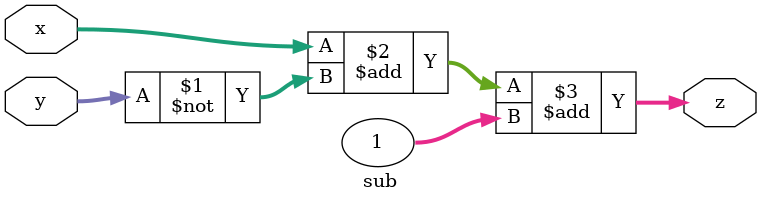
<source format=v>
`timescale 1ps/1ps
module sub 
#(
    parameter WIDTH = 32
)
(
    input [WIDTH - 1:0] x, y,
    output [WIDTH - 1:0] z
);
    assign z = x + (~y) + 1;
  
endmodule
</source>
